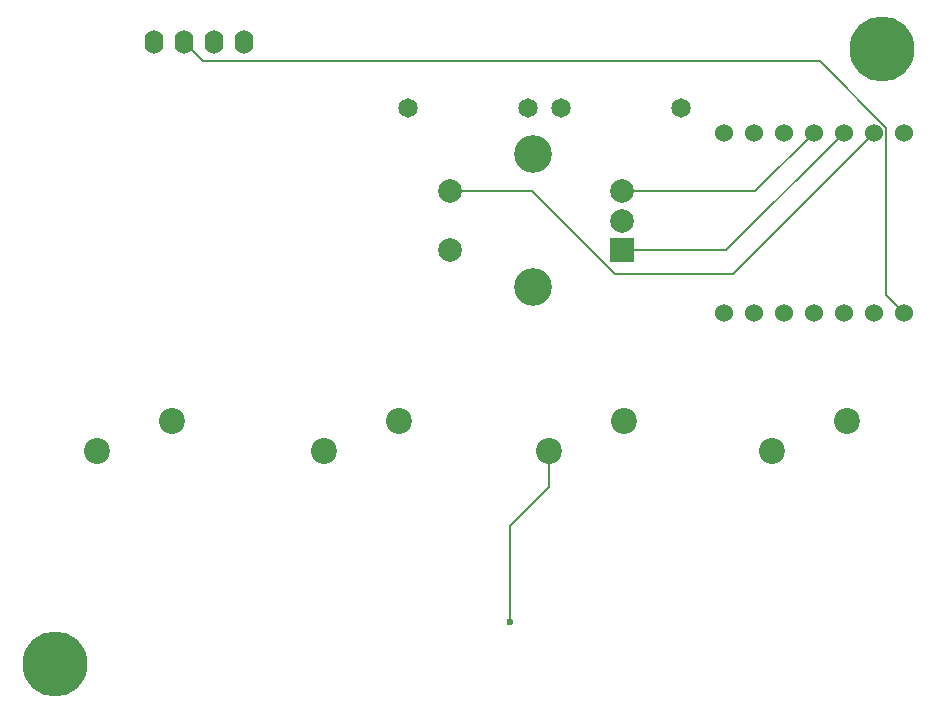
<source format=gbr>
%TF.GenerationSoftware,KiCad,Pcbnew,8.0.8*%
%TF.CreationDate,2025-02-13T16:32:23-05:00*%
%TF.ProjectId,pianissimo,7069616e-6973-4736-996d-6f2e6b696361,rev?*%
%TF.SameCoordinates,Original*%
%TF.FileFunction,Copper,L2,Bot*%
%TF.FilePolarity,Positive*%
%FSLAX46Y46*%
G04 Gerber Fmt 4.6, Leading zero omitted, Abs format (unit mm)*
G04 Created by KiCad (PCBNEW 8.0.8) date 2025-02-13 16:32:23*
%MOMM*%
%LPD*%
G01*
G04 APERTURE LIST*
%TA.AperFunction,ComponentPad*%
%ADD10C,1.651000*%
%TD*%
%TA.AperFunction,ComponentPad*%
%ADD11R,2.000000X2.000000*%
%TD*%
%TA.AperFunction,ComponentPad*%
%ADD12C,2.000000*%
%TD*%
%TA.AperFunction,ComponentPad*%
%ADD13C,3.200000*%
%TD*%
%TA.AperFunction,ComponentPad*%
%ADD14C,1.524000*%
%TD*%
%TA.AperFunction,ComponentPad*%
%ADD15C,2.200000*%
%TD*%
%TA.AperFunction,ComponentPad*%
%ADD16O,1.600000X2.000000*%
%TD*%
%TA.AperFunction,ComponentPad*%
%ADD17C,5.500000*%
%TD*%
%TA.AperFunction,ViaPad*%
%ADD18C,0.600000*%
%TD*%
%TA.AperFunction,Conductor*%
%ADD19C,0.200000*%
%TD*%
G04 APERTURE END LIST*
D10*
%TO.P,R1,1*%
%TO.N,Net-(Brd1-SDA)*%
X113840000Y-97000000D03*
%TO.P,R1,2*%
%TO.N,+3.3V*%
X124000000Y-97000000D03*
%TD*%
D11*
%TO.P,SW5,A,A*%
%TO.N,Net-(U1-GPIO28_A2_D2)*%
X119000000Y-109000000D03*
D12*
%TO.P,SW5,B,B*%
%TO.N,Net-(U1-GPIO29_A3_D3)*%
X119000000Y-104000000D03*
%TO.P,SW5,C,C*%
%TO.N,GND*%
X119000000Y-106500000D03*
D13*
%TO.P,SW5,MP*%
%TO.N,N/C*%
X111500000Y-112100000D03*
X111500000Y-100900000D03*
D12*
%TO.P,SW5,S1,S1*%
%TO.N,Net-(U1-GPIO27_A1_D1)*%
X104500000Y-104000000D03*
%TO.P,SW5,S2,S2*%
%TO.N,GND*%
X104500000Y-109000000D03*
%TD*%
D10*
%TO.P,R2,1*%
%TO.N,Net-(Brd1-SCL)*%
X100920000Y-97000000D03*
%TO.P,R2,2*%
%TO.N,+3.3V*%
X111080000Y-97000000D03*
%TD*%
D14*
%TO.P,U1,1,GPIO26_A0_D0*%
%TO.N,Net-(D1-DIN)*%
X142875000Y-99060000D03*
%TO.P,U1,2,GPIO27_A1_D1*%
%TO.N,Net-(U1-GPIO27_A1_D1)*%
X140335000Y-99060000D03*
%TO.P,U1,3,GPIO28_A2_D2*%
%TO.N,Net-(U1-GPIO28_A2_D2)*%
X137795000Y-99060000D03*
%TO.P,U1,4,GPIO29_A3_D3*%
%TO.N,Net-(U1-GPIO29_A3_D3)*%
X135255000Y-99060000D03*
%TO.P,U1,5,GPIO6_D4_SDA*%
%TO.N,unconnected-(U1-GPIO6_D4_SDA-Pad5)*%
X132715000Y-99060000D03*
%TO.P,U1,6,GPIO7_D5_SCL*%
%TO.N,Net-(Brd1-SCL)*%
X130175000Y-99060000D03*
%TO.P,U1,7,GPIO0_D6_TX*%
%TO.N,Net-(Brd1-SDA)*%
X127635000Y-99060000D03*
%TO.P,U1,8,GPIO1_D7_CSn_RX*%
%TO.N,Net-(U1-GPIO1_D7_CSn_RX)*%
X127635000Y-114300000D03*
%TO.P,U1,9,GPIO2_D8_SCK*%
%TO.N,Net-(U1-GPIO2_D8_SCK)*%
X130175000Y-114300000D03*
%TO.P,U1,10,GPIO4_D9_MISO*%
%TO.N,Net-(U1-GPIO4_D9_MISO)*%
X132715000Y-114300000D03*
%TO.P,U1,11,GPIO3_D10_MOSI*%
%TO.N,Net-(U1-GPIO3_D10_MOSI)*%
X135255000Y-114300000D03*
%TO.P,U1,12,3V3*%
%TO.N,unconnected-(U1-3V3-Pad12)*%
X137795000Y-114300000D03*
%TO.P,U1,13,GND*%
%TO.N,GND*%
X140335000Y-114300000D03*
%TO.P,U1,14,5V*%
%TO.N,+5V*%
X142875000Y-114300000D03*
%TD*%
D15*
%TO.P,SW4,1,1*%
%TO.N,Net-(U1-GPIO1_D7_CSn_RX)*%
X80962500Y-123507500D03*
%TO.P,SW4,2,2*%
%TO.N,GND*%
X74612500Y-126047500D03*
%TD*%
%TO.P,SW1,1,1*%
%TO.N,Net-(U1-GPIO3_D10_MOSI)*%
X138112500Y-123507500D03*
%TO.P,SW1,2,2*%
%TO.N,GND*%
X131762500Y-126047500D03*
%TD*%
D16*
%TO.P,Brd1,1,GND*%
%TO.N,GND*%
X79380000Y-91400000D03*
%TO.P,Brd1,2,VCC*%
%TO.N,+5V*%
X81920000Y-91400000D03*
%TO.P,Brd1,3,SCL*%
%TO.N,Net-(Brd1-SCL)*%
X84460000Y-91400000D03*
%TO.P,Brd1,4,SDA*%
%TO.N,Net-(Brd1-SDA)*%
X87000000Y-91400000D03*
%TD*%
D15*
%TO.P,SW3,1,1*%
%TO.N,Net-(U1-GPIO2_D8_SCK)*%
X100171250Y-123507500D03*
%TO.P,SW3,2,2*%
%TO.N,GND*%
X93821250Y-126047500D03*
%TD*%
D17*
%TO.P,REF\u002A\u002A,1*%
%TO.N,N/C*%
X71000000Y-144000000D03*
%TD*%
%TO.P,REF\u002A\u002A,1*%
%TO.N,N/C*%
X141000000Y-92000000D03*
%TD*%
D15*
%TO.P,SW2,1,1*%
%TO.N,Net-(U1-GPIO4_D9_MISO)*%
X119221250Y-123507500D03*
%TO.P,SW2,2,2*%
%TO.N,GND*%
X112871250Y-126047500D03*
%TD*%
D18*
%TO.N,GND*%
X109537500Y-140493750D03*
%TD*%
D19*
%TO.N,+5V*%
X81920000Y-91400000D02*
X83520000Y-93000000D01*
X83520000Y-93000000D02*
X135776895Y-93000000D01*
X135776895Y-93000000D02*
X141397000Y-98620105D01*
X141397000Y-98620105D02*
X141397000Y-112822000D01*
X141397000Y-112822000D02*
X142875000Y-114300000D01*
%TO.N,GND*%
X109537500Y-140493750D02*
X109537500Y-132348306D01*
X109537500Y-132348306D02*
X112871250Y-129014556D01*
X112871250Y-129014556D02*
X112871250Y-126047500D01*
%TO.N,Net-(U1-GPIO29_A3_D3)*%
X119000000Y-104000000D02*
X130315000Y-104000000D01*
X130315000Y-104000000D02*
X135255000Y-99060000D01*
%TO.N,Net-(U1-GPIO28_A2_D2)*%
X127855000Y-109000000D02*
X137795000Y-99060000D01*
X119000000Y-109000000D02*
X127855000Y-109000000D01*
%TO.N,Net-(U1-GPIO27_A1_D1)*%
X118400000Y-111000000D02*
X128395000Y-111000000D01*
X104500000Y-104000000D02*
X111400000Y-104000000D01*
X111400000Y-104000000D02*
X118400000Y-111000000D01*
X128395000Y-111000000D02*
X140335000Y-99060000D01*
%TD*%
M02*

</source>
